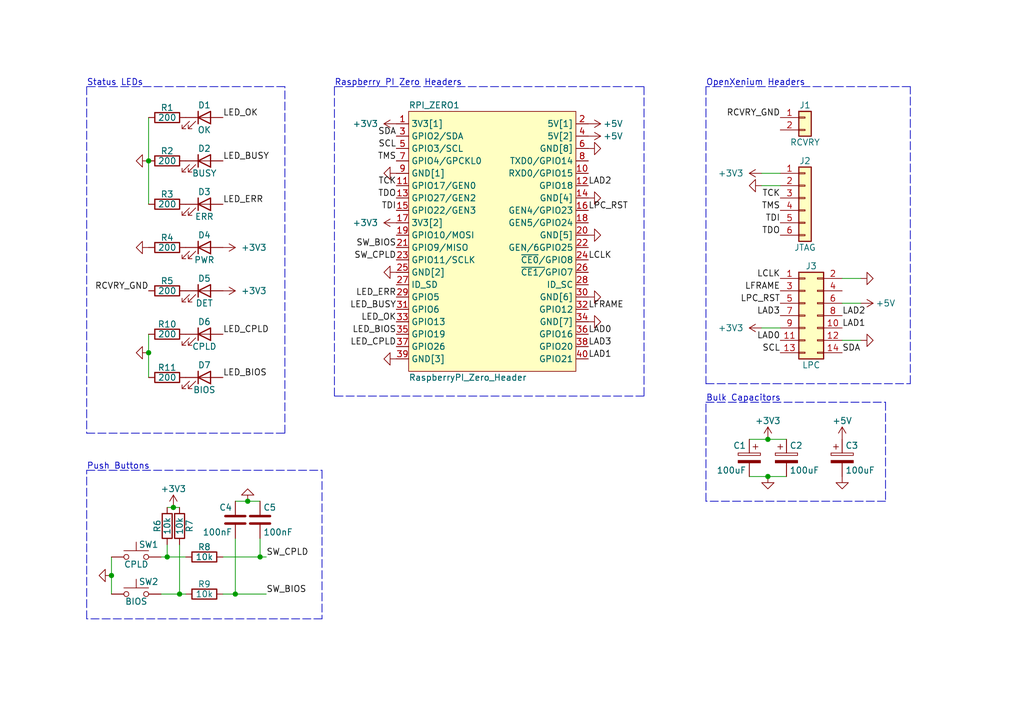
<source format=kicad_sch>
(kicad_sch (version 20211123) (generator eeschema)
  (paper "A5")
  (lib_symbols
    (symbol "0-myparts:RaspberryPI_Zero_Header"
      (property "Reference" "RPI_ZERO" (at -17.78 26.67 0))
      (property "Value" "RaspberryPI_Zero_Header" (at -17.78 -29.21 0))
      (symbol "RaspberryPI_Zero_Header_0_1"
        (rectangle (start 16.51 25.4) (end -17.78 -27.94) (fill (type background)))
      )
      (symbol "RaspberryPI_Zero_Header_1_0"
        (pin power_in line (at -20.32 22.86 0) (length 2.54) (name "3V3[1]") (number "1"))
        (pin bidirectional line (at 19.05 12.7 180) (length 2.54) (name "RXD0/GPIO15") (number "10"))
        (pin bidirectional line (at -20.32 10.16 0) (length 2.54) (name "GPIO17/GEN0") (number "11"))
        (pin bidirectional line (at 19.05 10.16 180) (length 2.54) (name "GPIO18") (number "12"))
        (pin bidirectional line (at -20.32 7.62 0) (length 2.54) (name "GPIO27/GEN2") (number "13"))
        (pin power_in line (at 19.05 7.62 180) (length 2.54) (name "GND[4]") (number "14"))
        (pin bidirectional line (at -20.32 5.08 0) (length 2.54) (name "GPIO22/GEN3") (number "15"))
        (pin bidirectional line (at 19.05 5.08 180) (length 2.54) (name "GEN4/GPIO23") (number "16"))
        (pin power_in line (at -20.32 2.54 0) (length 2.54) (name "3V3[2]") (number "17"))
        (pin bidirectional line (at 19.05 2.54 180) (length 2.54) (name "GEN5/GPIO24") (number "18"))
        (pin bidirectional line (at -20.32 0 0) (length 2.54) (name "GPIO10/MOSI") (number "19"))
        (pin power_in line (at 19.05 22.86 180) (length 2.54) (name "5V[1]") (number "2"))
        (pin power_in line (at 19.05 0 180) (length 2.54) (name "GND[5]") (number "20"))
        (pin bidirectional line (at -20.32 -2.54 0) (length 2.54) (name "GPIO9/MISO") (number "21"))
        (pin bidirectional line (at 19.05 -2.54 180) (length 2.54) (name "GEN/6GPIO25") (number "22"))
        (pin bidirectional line (at -20.32 -5.08 0) (length 2.54) (name "GPIO11/SCLK") (number "23"))
        (pin bidirectional line (at 19.05 -5.08 180) (length 2.54) (name "~{CE0}/GPIO8") (number "24"))
        (pin power_in line (at -20.32 -7.62 0) (length 2.54) (name "GND[2]") (number "25"))
        (pin bidirectional line (at 19.05 -7.62 180) (length 2.54) (name "~{CE1/}GPIO7") (number "26"))
        (pin bidirectional line (at -20.32 -10.16 0) (length 2.54) (name "ID_SD") (number "27"))
        (pin bidirectional line (at 19.05 -10.16 180) (length 2.54) (name "ID_SC") (number "28"))
        (pin bidirectional line (at -20.32 -12.7 0) (length 2.54) (name "GPIO5") (number "29"))
        (pin bidirectional line (at -20.32 20.32 0) (length 2.54) (name "GPIO2/SDA") (number "3"))
        (pin power_in line (at 19.05 -12.7 180) (length 2.54) (name "GND[6]") (number "30"))
        (pin bidirectional line (at -20.32 -15.24 0) (length 2.54) (name "GPIO6") (number "31"))
        (pin bidirectional line (at 19.05 -15.24 180) (length 2.54) (name "GPIO12") (number "32"))
        (pin bidirectional line (at -20.32 -17.78 0) (length 2.54) (name "GPIO13") (number "33"))
        (pin power_in line (at 19.05 -17.78 180) (length 2.54) (name "GND[7]") (number "34"))
        (pin bidirectional line (at -20.32 -20.32 0) (length 2.54) (name "GPIO19") (number "35"))
        (pin bidirectional line (at 19.05 -20.32 180) (length 2.54) (name "GPIO16") (number "36"))
        (pin bidirectional line (at -20.32 -22.86 0) (length 2.54) (name "GPIO26") (number "37"))
        (pin bidirectional line (at 19.05 -22.86 180) (length 2.54) (name "GPIO20") (number "38"))
        (pin power_in line (at -20.32 -25.4 0) (length 2.54) (name "GND[3]") (number "39"))
        (pin power_in line (at 19.05 20.32 180) (length 2.54) (name "5V[2]") (number "4"))
        (pin bidirectional line (at 19.05 -25.4 180) (length 2.54) (name "GPIO21") (number "40"))
        (pin bidirectional line (at -20.32 17.78 0) (length 2.54) (name "GPIO3/SCL") (number "5"))
        (pin power_in line (at 19.05 17.78 180) (length 2.54) (name "GND[8]") (number "6"))
        (pin bidirectional line (at -20.32 15.24 0) (length 2.54) (name "GPIO4/GPCKL0") (number "7"))
        (pin bidirectional line (at 19.05 15.24 180) (length 2.54) (name "TXD0/GPIO14") (number "8"))
        (pin power_in line (at -20.32 12.7 0) (length 2.54) (name "GND[1]") (number "9"))
      )
    )
    (symbol "Connector_Generic:Conn_01x02" (pin_names (offset 1.016) hide)
      (property "Reference" "J" (at 0 2.54 0))
      (property "Value" "Conn_01x02" (at 0 -5.08 0))
      (symbol "Conn_01x02_1_1"
        (rectangle (start -1.27 -2.413) (end 0 -2.667) (stroke (width 0.1524)))
        (rectangle (start -1.27 0.127) (end 0 -0.127) (stroke (width 0.1524)))
        (rectangle (start -1.27 1.27) (end 1.27 -3.81) (stroke (width 0.254)) (fill (type background)))
        (pin passive line (at -5.08 0 0) (length 3.81) (name "Pin_1") (number "1"))
        (pin passive line (at -5.08 -2.54 0) (length 3.81) (name "Pin_2") (number "2"))
      )
    )
    (symbol "Connector_Generic:Conn_01x06" (pin_names (offset 1.016) hide)
      (property "Reference" "J" (at 0 7.62 0))
      (property "Value" "Conn_01x06" (at 0 -10.16 0))
      (symbol "Conn_01x06_1_1"
        (rectangle (start -1.27 -7.493) (end 0 -7.747) (stroke (width 0.1524)))
        (rectangle (start -1.27 -4.953) (end 0 -5.207) (stroke (width 0.1524)))
        (rectangle (start -1.27 -2.413) (end 0 -2.667) (stroke (width 0.1524)))
        (rectangle (start -1.27 0.127) (end 0 -0.127) (stroke (width 0.1524)))
        (rectangle (start -1.27 2.667) (end 0 2.413) (stroke (width 0.1524)))
        (rectangle (start -1.27 5.207) (end 0 4.953) (stroke (width 0.1524)))
        (rectangle (start -1.27 6.35) (end 1.27 -8.89) (stroke (width 0.254)) (fill (type background)))
        (pin passive line (at -5.08 5.08 0) (length 3.81) (name "Pin_1") (number "1"))
        (pin passive line (at -5.08 2.54 0) (length 3.81) (name "Pin_2") (number "2"))
        (pin passive line (at -5.08 0 0) (length 3.81) (name "Pin_3") (number "3"))
        (pin passive line (at -5.08 -2.54 0) (length 3.81) (name "Pin_4") (number "4"))
        (pin passive line (at -5.08 -5.08 0) (length 3.81) (name "Pin_5") (number "5"))
        (pin passive line (at -5.08 -7.62 0) (length 3.81) (name "Pin_6") (number "6"))
      )
    )
    (symbol "Connector_Generic:Conn_02x07_Odd_Even" (pin_names (offset 1.016) hide)
      (property "Reference" "J" (at 1.27 10.16 0))
      (property "Value" "Conn_02x07_Odd_Even" (at 1.27 -10.16 0))
      (symbol "Conn_02x07_Odd_Even_1_1"
        (rectangle (start -1.27 -7.493) (end 0 -7.747) (stroke (width 0.1524)))
        (rectangle (start -1.27 -4.953) (end 0 -5.207) (stroke (width 0.1524)))
        (rectangle (start -1.27 -2.413) (end 0 -2.667) (stroke (width 0.1524)))
        (rectangle (start -1.27 0.127) (end 0 -0.127) (stroke (width 0.1524)))
        (rectangle (start -1.27 2.667) (end 0 2.413) (stroke (width 0.1524)))
        (rectangle (start -1.27 5.207) (end 0 4.953) (stroke (width 0.1524)))
        (rectangle (start -1.27 7.747) (end 0 7.493) (stroke (width 0.1524)))
        (rectangle (start -1.27 8.89) (end 3.81 -8.89) (stroke (width 0.254)) (fill (type background)))
        (rectangle (start 3.81 -7.493) (end 2.54 -7.747) (stroke (width 0.1524)))
        (rectangle (start 3.81 -4.953) (end 2.54 -5.207) (stroke (width 0.1524)))
        (rectangle (start 3.81 -2.413) (end 2.54 -2.667) (stroke (width 0.1524)))
        (rectangle (start 3.81 0.127) (end 2.54 -0.127) (stroke (width 0.1524)))
        (rectangle (start 3.81 2.667) (end 2.54 2.413) (stroke (width 0.1524)))
        (rectangle (start 3.81 5.207) (end 2.54 4.953) (stroke (width 0.1524)))
        (rectangle (start 3.81 7.747) (end 2.54 7.493) (stroke (width 0.1524)))
        (pin passive line (at -5.08 7.62 0) (length 3.81) (name "Pin_1") (number "1"))
        (pin passive line (at 7.62 -2.54 180) (length 3.81) (name "Pin_10") (number "10"))
        (pin passive line (at -5.08 -5.08 0) (length 3.81) (name "Pin_11") (number "11"))
        (pin passive line (at 7.62 -5.08 180) (length 3.81) (name "Pin_12") (number "12"))
        (pin passive line (at -5.08 -7.62 0) (length 3.81) (name "Pin_13") (number "13"))
        (pin passive line (at 7.62 -7.62 180) (length 3.81) (name "Pin_14") (number "14"))
        (pin passive line (at 7.62 7.62 180) (length 3.81) (name "Pin_2") (number "2"))
        (pin passive line (at -5.08 5.08 0) (length 3.81) (name "Pin_3") (number "3"))
        (pin passive line (at 7.62 5.08 180) (length 3.81) (name "Pin_4") (number "4"))
        (pin passive line (at -5.08 2.54 0) (length 3.81) (name "Pin_5") (number "5"))
        (pin passive line (at 7.62 2.54 180) (length 3.81) (name "Pin_6") (number "6"))
        (pin passive line (at -5.08 0 0) (length 3.81) (name "Pin_7") (number "7"))
        (pin passive line (at 7.62 0 180) (length 3.81) (name "Pin_8") (number "8"))
        (pin passive line (at -5.08 -2.54 0) (length 3.81) (name "Pin_9") (number "9"))
      )
    )
    (symbol "Device:C" (pin_numbers hide) (pin_names (offset 0.254))
      (property "Reference" "C" (at 0.635 2.54 0))
      (property "Value" "C" (at 0.635 -2.54 0))
      (symbol "C_0_1"
        (polyline (pts (xy -2.032 -0.762) (xy 2.032 -0.762)) (stroke (width 0.508)))
        (polyline (pts (xy -2.032 0.762) (xy 2.032 0.762)) (stroke (width 0.508)))
      )
      (symbol "C_1_1"
        (pin passive line (at 0 3.81 270) (length 2.794) (name "~") (number "1"))
        (pin passive line (at 0 -3.81 90) (length 2.794) (name "~") (number "2"))
      )
    )
    (symbol "Device:C_Polarized" (pin_numbers hide) (pin_names (offset 0.254))
      (property "Reference" "C" (at 0.635 2.54 0))
      (property "Value" "C_Polarized" (at 0.635 -2.54 0))
      (symbol "C_Polarized_0_1"
        (rectangle (start -2.286 0.508) (end 2.286 1.016))
        (polyline (pts (xy -1.778 2.286) (xy -0.762 2.286)))
        (polyline (pts (xy -1.27 2.794) (xy -1.27 1.778)))
        (rectangle (start 2.286 -0.508) (end -2.286 -1.016) (fill (type outline)))
      )
      (symbol "C_Polarized_1_1"
        (pin passive line (at 0 3.81 270) (length 2.794) (name "~") (number "1"))
        (pin passive line (at 0 -3.81 90) (length 2.794) (name "~") (number "2"))
      )
    )
    (symbol "Device:LED" (pin_numbers hide) (pin_names (offset 1.016) hide)
      (property "Reference" "D" (at 0 2.54 0))
      (property "Value" "LED" (at 0 -2.54 0))
      (symbol "LED_0_1"
        (polyline (pts (xy -1.27 -1.27) (xy -1.27 1.27)) (stroke (width 0.254)))
        (polyline (pts (xy -1.27 0) (xy 1.27 0)))
        (polyline (pts (xy 1.27 -1.27) (xy 1.27 1.27) (xy -1.27 0) (xy 1.27 -1.27)) (stroke (width 0.254)))
        (polyline (pts (xy -3.048 -0.762) (xy -4.572 -2.286) (xy -3.81 -2.286) (xy -4.572 -2.286) (xy -4.572 -1.524)))
        (polyline (pts (xy -1.778 -0.762) (xy -3.302 -2.286) (xy -2.54 -2.286) (xy -3.302 -2.286) (xy -3.302 -1.524)))
      )
      (symbol "LED_1_1"
        (pin passive line (at -3.81 0 0) (length 2.54) (name "K") (number "1"))
        (pin passive line (at 3.81 0 180) (length 2.54) (name "A") (number "2"))
      )
    )
    (symbol "Device:R" (pin_numbers hide) (pin_names (offset 0))
      (property "Reference" "R" (at 2.032 0 90))
      (property "Value" "R" (at 0 0 90))
      (symbol "R_0_1"
        (rectangle (start -1.016 -2.54) (end 1.016 2.54) (stroke (width 0.254)))
      )
      (symbol "R_1_1"
        (pin passive line (at 0 3.81 270) (length 1.27) (name "~") (number "1"))
        (pin passive line (at 0 -3.81 90) (length 1.27) (name "~") (number "2"))
      )
    )
    (symbol "Switch:SW_Push" (pin_numbers hide) (pin_names (offset 1.016) hide)
      (property "Reference" "SW" (at 1.27 2.54 0))
      (property "Value" "SW_Push" (at 0 -1.524 0))
      (symbol "SW_Push_0_1"
        (circle (center -2.032 0) (radius 0.508))
        (polyline (pts (xy 0 1.27) (xy 0 3.048)))
        (polyline (pts (xy 2.54 1.27) (xy -2.54 1.27)))
        (circle (center 2.032 0) (radius 0.508))
        (pin passive line (at -5.08 0 0) (length 2.54) (name "1") (number "1"))
        (pin passive line (at 5.08 0 180) (length 2.54) (name "2") (number "2"))
      )
    )
    (symbol "power:+3.3V" (power) (pin_names (offset 0))
      (property "Value" "+3.3V" (at 0 3.556 0))
      (symbol "+3.3V_0_1"
        (polyline (pts (xy -0.762 1.27) (xy 0 2.54)))
        (polyline (pts (xy 0 0) (xy 0 2.54)))
        (polyline (pts (xy 0 2.54) (xy 0.762 1.27)))
      )
      (symbol "+3.3V_1_1"
        (pin power_in line (at 0 0 90) (length 0) hide (name "+3V3") (number "1"))
      )
    )
    (symbol "power:+5V" (power) (pin_names (offset 0))
      (property "Value" "+5V" (at 0 3.556 0))
      (symbol "+5V_0_1"
        (polyline (pts (xy -0.762 1.27) (xy 0 2.54)))
        (polyline (pts (xy 0 0) (xy 0 2.54)))
        (polyline (pts (xy 0 2.54) (xy 0.762 1.27)))
      )
      (symbol "+5V_1_1"
        (pin power_in line (at 0 0 90) (length 0) hide (name "+5V") (number "1"))
      )
    )
    (symbol "power:GND" (power) (pin_names (offset 0))
      (property "Value" "GND" (at 0 -3.81 0))
      (symbol "GND_0_1"
        (polyline (pts (xy 0 0) (xy 0 -1.27) (xy 1.27 -1.27) (xy 0 -2.54) (xy -1.27 -1.27) (xy 0 -1.27)))
      )
      (symbol "GND_1_1"
        (pin power_in line (at 0 0 270) (length 0) hide (name "GND") (number "1"))
      )
    )
  )
  (junction (at 35.56 104.14))
  (junction (at 50.8 102.87))
  (junction (at 34.29 114.3))
  (junction (at 53.34 114.3))
  (junction (at 22.86 118.11))
  (junction (at 30.48 33.02))
  (junction (at 36.83 121.92))
  (junction (at 157.48 90.17))
  (junction (at 157.48 97.79))
  (junction (at 48.26 121.92))
  (junction (at 30.48 72.39))
  (polyline (pts (xy 144.78 82.55) (xy 181.61 82.55)))
  (polyline (pts (xy 68.58 17.78) (xy 132.08 17.78)))
  (wire (pts (xy 30.48 72.39) (xy 30.48 77.47)))
  (polyline (pts (xy 17.78 17.78) (xy 17.78 88.9)))
  (wire (pts (xy 153.67 97.79) (xy 157.48 97.79)))
  (wire (pts (xy 34.29 114.3) (xy 38.1 114.3)))
  (wire (pts (xy 153.67 90.17) (xy 157.48 90.17)))
  (wire (pts (xy 45.72 114.3) (xy 53.34 114.3)))
  (wire (pts (xy 45.72 121.92) (xy 48.26 121.92)))
  (wire (pts (xy 157.48 97.79) (xy 161.29 97.79)))
  (wire (pts (xy 30.48 33.02) (xy 30.48 41.91)))
  (polyline (pts (xy 144.78 17.78) (xy 144.78 78.74)))
  (wire (pts (xy 36.83 111.76) (xy 36.83 121.92)))
  (wire (pts (xy 172.72 62.23) (xy 176.53 62.23)))
  (polyline (pts (xy 144.78 78.74) (xy 186.69 78.74)))
  (polyline (pts (xy 132.08 17.78) (xy 132.08 81.28)))
  (wire (pts (xy 36.83 121.92) (xy 38.1 121.92)))
  (polyline (pts (xy 68.58 81.28) (xy 68.58 17.78)))
  (wire (pts (xy 34.29 111.76) (xy 34.29 114.3)))
  (wire (pts (xy 53.34 114.3) (xy 54.61 114.3)))
  (polyline (pts (xy 181.61 102.87) (xy 144.78 102.87)))
  (wire (pts (xy 30.48 72.39) (xy 30.48 68.58)))
  (polyline (pts (xy 186.69 78.74) (xy 186.69 17.78)))
  (wire (pts (xy 156.21 67.31) (xy 160.02 67.31)))
  (polyline (pts (xy 58.42 17.78) (xy 17.78 17.78)))
  (wire (pts (xy 50.8 102.87) (xy 53.34 102.87)))
  (wire (pts (xy 156.21 38.1) (xy 160.02 38.1)))
  (polyline (pts (xy 144.78 102.87) (xy 144.78 82.55)))
  (polyline (pts (xy 17.78 96.52) (xy 66.04 96.52)))
  (polyline (pts (xy 181.61 82.55) (xy 181.61 102.87)))
  (wire (pts (xy 35.56 104.14) (xy 36.83 104.14)))
  (wire (pts (xy 176.53 69.85) (xy 172.72 69.85)))
  (wire (pts (xy 48.26 110.49) (xy 48.26 121.92)))
  (wire (pts (xy 30.48 24.13) (xy 30.48 33.02)))
  (polyline (pts (xy 132.08 81.28) (xy 68.58 81.28)))
  (polyline (pts (xy 58.42 88.9) (xy 58.42 17.78)))
  (wire (pts (xy 48.26 121.92) (xy 54.61 121.92)))
  (wire (pts (xy 22.86 114.3) (xy 22.86 118.11)))
  (wire (pts (xy 48.26 102.87) (xy 50.8 102.87)))
  (wire (pts (xy 176.53 57.15) (xy 172.72 57.15)))
  (wire (pts (xy 34.29 104.14) (xy 35.56 104.14)))
  (wire (pts (xy 22.86 118.11) (xy 22.86 121.92)))
  (polyline (pts (xy 186.69 17.78) (xy 144.78 17.78)))
  (wire (pts (xy 53.34 110.49) (xy 53.34 114.3)))
  (polyline (pts (xy 17.78 127) (xy 17.78 96.52)))
  (wire (pts (xy 33.02 114.3) (xy 34.29 114.3)))
  (polyline (pts (xy 66.04 96.52) (xy 66.04 127)))
  (wire (pts (xy 33.02 121.92) (xy 36.83 121.92)))
  (wire (pts (xy 156.21 35.56) (xy 160.02 35.56)))
  (wire (pts (xy 157.48 90.17) (xy 161.29 90.17)))
  (polyline (pts (xy 66.04 127) (xy 17.78 127)))
  (polyline (pts (xy 17.78 88.9) (xy 58.42 88.9)))
  (text "OpenXenium Headers" (at 144.78 17.78 0) (effects (font (size 1.27 1.27)) (justify left bottom)))
  (text "Bulk Capacitors" (at 144.78 82.55 0) (effects (font (size 1.27 1.27)) (justify left bottom)))
  (text "Status LEDs" (at 17.78 17.78 0) (effects (font (size 1.27 1.27)) (justify left bottom)))
  (text "Push Buttons" (at 17.78 96.52 0) (effects (font (size 1.27 1.27)) (justify left bottom)))
  (text "Raspberry PI Zero Headers" (at 68.58 17.78 0) (effects (font (size 1.27 1.27)) (justify left bottom)))
  (label "SW_BIOS" (at 54.61 121.92 0))
  (label "LAD3" (at 120.65 71.12 0))
  (label "LFRAME" (at 160.02 59.69 180))
  (label "TDI" (at 81.28 43.18 180))
  (label "SDA" (at 172.72 72.39 0))
  (label "LED_BIOS" (at 45.72 77.47 0))
  (label "LAD0" (at 160.02 69.85 180))
  (label "LED_CPLD" (at 81.28 71.12 180))
  (label "LED_CPLD" (at 45.72 68.58 0))
  (label "TMS" (at 81.28 33.02 180))
  (label "LAD1" (at 172.72 67.31 0))
  (label "SW_CPLD" (at 54.61 114.3 0))
  (label "LED_OK" (at 45.72 24.13 0))
  (label "TMS" (at 160.02 43.18 180))
  (label "LCLK" (at 120.65 53.34 0))
  (label "TDO" (at 81.28 40.64 180))
  (label "LAD1" (at 120.65 73.66 0))
  (label "LED_BUSY" (at 81.28 63.5 180))
  (label "LAD3" (at 160.02 64.77 180))
  (label "SDA" (at 81.28 27.94 180))
  (label "SW_CPLD" (at 81.28 53.34 180))
  (label "SCL" (at 81.28 30.48 180))
  (label "SW_BIOS" (at 81.28 50.8 180))
  (label "LED_BIOS" (at 81.28 68.58 180))
  (label "TCK" (at 160.02 40.64 180))
  (label "SCL" (at 160.02 72.39 180))
  (label "LAD2" (at 120.65 38.1 0))
  (label "TCK" (at 81.28 38.1 180))
  (label "LED_OK" (at 81.28 66.04 180))
  (label "LAD2" (at 172.72 64.77 0))
  (label "LED_ERR" (at 81.28 60.96 180))
  (label "TDI" (at 160.02 45.72 180))
  (label "TDO" (at 160.02 48.26 180))
  (label "LED_BUSY" (at 45.72 33.02 0))
  (label "LFRAME" (at 120.65 63.5 0))
  (label "RCVRY_GND" (at 30.48 59.69 180))
  (label "LPC_RST" (at 120.65 43.18 0))
  (label "LPC_RST" (at 160.02 62.23 180))
  (label "RCVRY_GND" (at 160.02 24.13 180))
  (label "LED_ERR" (at 45.72 41.91 0))
  (label "LAD0" (at 120.65 68.58 0))
  (label "LCLK" (at 160.02 57.15 180))
  (symbol (lib_id "Device:R") (at 34.29 59.69 90) (unit 1)
    (property "Reference" "R5" (at 34.29 57.658 90))
    (property "Value" "200" (at 34.29 59.69 90))
    (property "Footprint" "Resistor_SMD:R_0603_1608Metric" (effects hide))
    (property "LCSC#" "C8218" (effects hide))
    (property "MFR#" "0603WAF2000T5E" (effects hide))
  )
  (symbol (lib_id "power:+5V") (at 176.53 62.23 270) (unit 1)
    (property "Reference" "#PWR0103" (effects hide))
    (property "Value" "+5V" (at 181.61 62.23 90))
  )
  (symbol (lib_id "power:+3.3V") (at 45.72 50.8 270) (unit 1)
    (property "Reference" "#PWR0121" (effects hide))
    (property "Value" "+3.3V" (at 52.07 50.8 90))
  )
  (symbol (lib_id "power:GND") (at 172.72 97.79 0) (unit 1)
    (property "Reference" "#PWR0122" (effects hide))
    (property "Value" "GND" (effects hide))
  )
  (symbol (lib_id "Connector_Generic:Conn_02x07_Odd_Even") (at 165.1 64.77 0) (unit 1)
    (property "Reference" "J3" (at 166.37 54.61 0))
    (property "Value" "LPC" (at 166.37 74.93 0))
    (property "Footprint" "PinHeader_2x07_P2.54mm_Vertical" (effects hide))
    (property "LCSC#" "C57369" (effects hide))
    (property "MFR#" "C57369" (effects hide))
  )
  (symbol (lib_id "Device:C") (at 48.26 106.68 0) (mirror y) (unit 1)
    (property "Reference" "C4" (at 47.625 104.14 0) (effects (justify left)))
    (property "Value" "100nF" (at 47.625 109.22 0) (effects (justify left)))
    (property "Footprint" "Capacitor_SMD:C_0603_1608Metric" (effects hide))
    (property "LCSC#" "C14663" (effects hide))
    (property "MFR#" "CC0603KRX7R9BB104" (effects hide))
  )
  (symbol (lib_id "Device:R") (at 41.91 121.92 90) (unit 1)
    (property "Reference" "R9" (at 41.91 119.888 90))
    (property "Value" "10k" (at 41.91 121.92 90))
    (property "Footprint" "Resistor_SMD:R_0603_1608Metric" (effects hide))
    (property "LCSC#" "C25804" (effects hide))
    (property "MFR#" "0603WAF1002T5E" (effects hide))
  )
  (symbol (lib_id "power:+3.3V") (at 81.28 25.4 90) (unit 1)
    (property "Reference" "#PWR0114" (effects hide))
    (property "Value" "+3.3V" (at 74.93 25.4 90))
  )
  (symbol (lib_id "power:GND") (at 120.65 30.48 90) (unit 1)
    (property "Reference" "#PWR0108" (effects hide))
    (property "Value" "GND" (effects hide))
  )
  (symbol (lib_id "power:GND") (at 120.65 60.96 90) (unit 1)
    (property "Reference" "#PWR0113" (effects hide))
    (property "Value" "GND" (effects hide))
  )
  (symbol (lib_id "Device:LED") (at 41.91 41.91 0) (unit 1)
    (property "Reference" "D3" (at 41.91 39.37 0))
    (property "Value" "ERR" (at 41.91 44.45 0))
    (property "Footprint" "LED_SMD:LED_0603_1608Metric" (effects hide))
    (property "LCSC#" "C434419" (effects hide))
    (property "MFR#" "SZYY0603R" (effects hide))
  )
  (symbol (lib_id "Device:LED") (at 41.91 33.02 0) (unit 1)
    (property "Reference" "D2" (at 41.91 30.48 0))
    (property "Value" "BUSY" (at 41.91 35.56 0))
    (property "Footprint" "LED_SMD:LED_0603_1608Metric" (effects hide))
    (property "LCSC#" "C434425" (effects hide))
    (property "MFR#" "SZYY0603O" (effects hide))
  )
  (symbol (lib_id "power:GND") (at 30.48 50.8 270) (unit 1)
    (property "Reference" "#PWR0120" (effects hide))
    (property "Value" "GND" (effects hide))
  )
  (symbol (lib_id "Connector_Generic:Conn_01x02") (at 165.1 24.13 0) (unit 1)
    (property "Reference" "J1" (at 165.1 21.59 0))
    (property "Value" "RCVRY" (at 165.1 29.21 0))
    (property "Footprint" "PinHeader_1x02_P2.54mm_Vertical" (effects hide))
  )
  (symbol (lib_id "Device:R") (at 41.91 114.3 90) (unit 1)
    (property "Reference" "R8" (at 41.91 112.268 90))
    (property "Value" "10k" (at 41.91 114.3 90))
    (property "Footprint" "Resistor_SMD:R_0603_1608Metric" (effects hide))
    (property "LCSC#" "C25804" (effects hide))
    (property "MFR#" "0603WAF1002T5E" (effects hide))
  )
  (symbol (lib_id "Device:R") (at 36.83 107.95 0) (mirror x) (unit 1)
    (property "Reference" "R7" (at 38.862 107.95 90))
    (property "Value" "10k" (at 36.83 107.95 90))
    (property "Footprint" "Resistor_SMD:R_0603_1608Metric" (effects hide))
    (property "LCSC#" "C25804" (effects hide))
    (property "MFR#" "0603WAF1002T5E" (effects hide))
  )
  (symbol (lib_id "power:GND") (at 50.8 102.87 180) (unit 1)
    (property "Reference" "#PWR0128" (effects hide))
    (property "Value" "GND" (effects hide))
  )
  (symbol (lib_id "power:GND") (at 120.65 48.26 90) (unit 1)
    (property "Reference" "#PWR0112" (effects hide))
    (property "Value" "GND" (effects hide))
  )
  (symbol (lib_id "power:GND") (at 157.48 97.79 0) (unit 1)
    (property "Reference" "#PWR0126" (effects hide))
    (property "Value" "GND" (effects hide))
  )
  (symbol (lib_id "power:+3.3V") (at 156.21 67.31 90) (unit 1)
    (property "Reference" "#PWR0105" (effects hide))
    (property "Value" "+3.3V" (at 149.86 67.31 90))
  )
  (symbol (lib_id "Device:R") (at 34.29 77.47 90) (unit 1)
    (property "Reference" "R11" (at 34.29 75.438 90))
    (property "Value" "200" (at 34.29 77.47 90))
    (property "Footprint" "Resistor_SMD:R_0603_1608Metric" (effects hide))
    (property "LCSC#" "C8218" (effects hide))
    (property "MFR#" "0603WAF2000T5E" (effects hide))
  )
  (symbol (lib_id "power:+5V") (at 120.65 25.4 270) (unit 1)
    (property "Reference" "#PWR0107" (effects hide))
    (property "Value" "+5V" (at 125.73 25.4 90))
  )
  (symbol (lib_id "power:GND") (at 30.48 72.39 270) (unit 1)
    (property "Reference" "#PWR0130" (effects hide))
    (property "Value" "GND" (effects hide))
  )
  (symbol (lib_id "Connector_Generic:Conn_01x06") (at 165.1 40.64 0) (unit 1)
    (property "Reference" "J2" (at 165.1 33.02 0))
    (property "Value" "JTAG" (at 165.1 50.8 0))
    (property "Footprint" "PinHeader_1x06_P2.54mm_Vertical" (effects hide))
    (property "LCSC#" "C2337" (effects hide))
    (property "MFR#" "C2337" (effects hide))
  )
  (symbol (lib_id "Device:R") (at 34.29 33.02 90) (unit 1)
    (property "Reference" "R2" (at 34.29 30.988 90))
    (property "Value" "200" (at 34.29 33.02 90))
    (property "Footprint" "Resistor_SMD:R_0603_1608Metric" (effects hide))
    (property "LCSC#" "C8218" (effects hide))
    (property "MFR#" "0603WAF2000T5E" (effects hide))
  )
  (symbol (lib_id "Device:LED") (at 41.91 24.13 0) (unit 1)
    (property "Reference" "D1" (at 41.91 21.59 0))
    (property "Value" "OK" (at 41.91 26.67 0))
    (property "Footprint" "LED_SMD:LED_0603_1608Metric" (effects hide))
    (property "LCSC#" "C434420" (effects hide))
    (property "MFR#" "SZYY0603G" (effects hide))
  )
  (symbol (lib_id "power:+3.3V") (at 157.48 90.17 0) (unit 1)
    (property "Reference" "#PWR0125" (effects hide))
    (property "Value" "+3.3V" (at 157.48 86.36 0))
  )
  (symbol (lib_id "Device:LED") (at 41.91 50.8 0) (unit 1)
    (property "Reference" "D4" (at 41.91 48.26 0))
    (property "Value" "PWR" (at 41.91 53.34 0))
    (property "Footprint" "LED_SMD:LED_0603_1608Metric" (effects hide))
    (property "LCSC#" "C434421" (effects hide))
    (property "MFR#" "SZYY0603B" (effects hide))
  )
  (symbol (lib_id "Device:R") (at 34.29 24.13 90) (unit 1)
    (property "Reference" "R1" (at 34.29 22.098 90))
    (property "Value" "200" (at 34.29 24.13 90))
    (property "Footprint" "Resistor_SMD:R_0603_1608Metric" (effects hide))
    (property "LCSC#" "C8218" (effects hide))
    (property "MFR#" "0603WAF2000T5E" (effects hide))
  )
  (symbol (lib_id "power:GND") (at 176.53 57.15 90) (unit 1)
    (property "Reference" "#PWR0102" (effects hide))
    (property "Value" "GND" (effects hide))
  )
  (symbol (lib_id "Device:LED") (at 41.91 68.58 0) (unit 1)
    (property "Reference" "D6" (at 41.91 66.04 0))
    (property "Value" "CPLD" (at 41.91 71.12 0))
    (property "Footprint" "LED_SMD:LED_0603_1608Metric" (effects hide))
    (property "LCSC#" "C434425" (effects hide))
    (property "MFR#" "SZYY0603O" (effects hide))
  )
  (symbol (lib_id "power:+3.3V") (at 156.21 35.56 90) (unit 1)
    (property "Reference" "#PWR0101" (effects hide))
    (property "Value" "+3.3V" (at 149.86 35.56 90))
  )
  (symbol (lib_id "Device:R") (at 34.29 50.8 90) (unit 1)
    (property "Reference" "R4" (at 34.29 48.768 90))
    (property "Value" "200" (at 34.29 50.8 90))
    (property "Footprint" "Resistor_SMD:R_0603_1608Metric" (effects hide))
    (property "LCSC#" "C8218" (effects hide))
    (property "MFR#" "0603WAF2000T5E" (effects hide))
  )
  (symbol (lib_id "Device:R") (at 34.29 68.58 90) (unit 1)
    (property "Reference" "R10" (at 34.29 66.548 90))
    (property "Value" "200" (at 34.29 68.58 90))
    (property "Footprint" "Resistor_SMD:R_0603_1608Metric" (effects hide))
    (property "LCSC#" "C8218" (effects hide))
    (property "MFR#" "0603WAF2000T5E" (effects hide))
  )
  (symbol (lib_id "Device:LED") (at 41.91 77.47 0) (unit 1)
    (property "Reference" "D7" (at 41.91 74.93 0))
    (property "Value" "BIOS" (at 41.91 80.01 0))
    (property "Footprint" "LED_SMD:LED_0603_1608Metric" (effects hide))
    (property "LCSC#" "C434425" (effects hide))
    (property "MFR#" "SZYY0603O" (effects hide))
  )
  (symbol (lib_id "0-myparts:RaspberryPI_Zero_Header") (at 101.6 48.26 0) (unit 1)
    (property "Reference" "RPI_ZERO1" (at 83.82 21.59 0) (effects (justify left)))
    (property "Value" "RaspberryPI_Zero_Header" (at 83.82 77.47 0) (effects (justify left)))
    (property "Footprint" "0-myparts:RaspberryPI_Zero" (effects hide))
    (property "LCSC#" "C718226" (effects hide))
    (property "MFR#" "X6521FV-2x10-C85D32" (effects hide))
  )
  (symbol (lib_id "power:GND") (at 81.28 55.88 270) (unit 1)
    (property "Reference" "#PWR0116" (effects hide))
    (property "Value" "GND" (effects hide))
  )
  (symbol (lib_id "power:+5V") (at 172.72 90.17 0) (unit 1)
    (property "Reference" "#PWR0123" (effects hide))
    (property "Value" "+5V" (at 172.72 86.36 0))
  )
  (symbol (lib_id "Device:R") (at 34.29 41.91 90) (unit 1)
    (property "Reference" "R3" (at 34.29 39.878 90))
    (property "Value" "200" (at 34.29 41.91 90))
    (property "Footprint" "Resistor_SMD:R_0603_1608Metric" (effects hide))
    (property "LCSC#" "C8218" (effects hide))
    (property "MFR#" "0603WAF2000T5E" (effects hide))
  )
  (symbol (lib_id "power:+5V") (at 120.65 27.94 270) (unit 1)
    (property "Reference" "#PWR0109" (effects hide))
    (property "Value" "+5V" (at 125.73 27.94 90))
  )
  (symbol (lib_id "power:GND") (at 81.28 35.56 270) (unit 1)
    (property "Reference" "#PWR0117" (effects hide))
    (property "Value" "GND" (effects hide))
  )
  (symbol (lib_id "power:GND") (at 30.48 33.02 270) (unit 1)
    (property "Reference" "#PWR0124" (effects hide))
    (property "Value" "GND" (effects hide))
  )
  (symbol (lib_id "Device:R") (at 34.29 107.95 180) (unit 1)
    (property "Reference" "R6" (at 32.258 107.95 90))
    (property "Value" "10k" (at 34.29 107.95 90))
    (property "Footprint" "Resistor_SMD:R_0603_1608Metric" (effects hide))
    (property "LCSC#" "C25804" (effects hide))
    (property "MFR#" "0603WAF1002T5E" (effects hide))
  )
  (symbol (lib_id "Device:C_Polarized") (at 172.72 93.98 0) (unit 1)
    (property "Reference" "C3" (at 173.355 91.44 0) (effects (justify left)))
    (property "Value" "100uF" (at 173.355 96.52 0) (effects (justify left)))
    (property "Footprint" "Capacitor_Tantalum_SMD:CP_EIA-3216-18_Kemet-A" (effects hide))
    (property "LCSC#" "C15008" (effects hide))
    (property "MFR#" "CL31A107MQHNNNE" (effects hide))
  )
  (symbol (lib_id "power:GND") (at 81.28 73.66 270) (unit 1)
    (property "Reference" "#PWR0115" (effects hide))
    (property "Value" "GND" (effects hide))
  )
  (symbol (lib_id "power:GND") (at 156.21 38.1 270) (unit 1)
    (property "Reference" "#PWR0106" (effects hide))
    (property "Value" "GND" (effects hide))
  )
  (symbol (lib_id "Switch:SW_Push") (at 27.94 121.92 0) (unit 1)
    (property "Reference" "SW2" (at 30.48 119.38 0))
    (property "Value" "BIOS" (at 27.94 123.444 0))
    (property "Footprint" "Button_Switch_SMD:SW_SPST_PTS645" (effects hide))
    (property "LCSC#" "C221883" (effects hide))
    (property "MFR#" "PTS645SM70SMTR92LFS" (effects hide))
  )
  (symbol (lib_id "power:+3.3V") (at 35.56 104.14 0) (unit 1)
    (property "Reference" "#PWR0129" (effects hide))
    (property "Value" "+3.3V" (at 35.56 100.33 0))
  )
  (symbol (lib_id "power:GND") (at 176.53 69.85 90) (unit 1)
    (property "Reference" "#PWR0104" (effects hide))
    (property "Value" "GND" (effects hide))
  )
  (symbol (lib_id "power:+3.3V") (at 45.72 59.69 270) (unit 1)
    (property "Reference" "#PWR0119" (effects hide))
    (property "Value" "+3.3V" (at 52.07 59.69 90))
  )
  (symbol (lib_id "Device:C_Polarized") (at 153.67 93.98 0) (mirror y) (unit 1)
    (property "Reference" "C1" (at 153.035 91.44 0) (effects (justify left)))
    (property "Value" "100uF" (at 153.035 96.52 0) (effects (justify left)))
    (property "Footprint" "Capacitor_Tantalum_SMD:CP_EIA-3216-18_Kemet-A" (effects hide))
    (property "LCSC#" "C15008" (effects hide))
    (property "MFR#" "CL31A107MQHNNNE" (effects hide))
  )
  (symbol (lib_id "power:GND") (at 22.86 118.11 270) (unit 1)
    (property "Reference" "#PWR0127" (effects hide))
    (property "Value" "GND" (effects hide))
  )
  (symbol (lib_id "power:+3.3V") (at 81.28 45.72 90) (unit 1)
    (property "Reference" "#PWR0118" (effects hide))
    (property "Value" "+3.3V" (at 74.93 45.72 90))
  )
  (symbol (lib_id "Device:C") (at 53.34 106.68 0) (unit 1)
    (property "Reference" "C5" (at 53.975 104.14 0) (effects (justify left)))
    (property "Value" "100nF" (at 53.975 109.22 0) (effects (justify left)))
    (property "Footprint" "Capacitor_SMD:C_0603_1608Metric" (effects hide))
    (property "LCSC#" "C14663" (effects hide))
    (property "MFR#" "CC0603KRX7R9BB104" (effects hide))
  )
  (symbol (lib_id "power:GND") (at 120.65 40.64 90) (unit 1)
    (property "Reference" "#PWR0110" (effects hide))
    (property "Value" "GND" (effects hide))
  )
  (symbol (lib_id "Switch:SW_Push") (at 27.94 114.3 0) (unit 1)
    (property "Reference" "SW1" (at 30.48 111.76 0))
    (property "Value" "CPLD" (at 27.94 115.824 0))
    (property "Footprint" "Button_Switch_SMD:SW_SPST_PTS645" (effects hide))
    (property "LCSC#" "C221883" (effects hide))
    (property "MFR#" "PTS645SM70SMTR92LFS" (effects hide))
  )
  (symbol (lib_id "Device:LED") (at 41.91 59.69 0) (unit 1)
    (property "Reference" "D5" (at 41.91 57.15 0))
    (property "Value" "DET" (at 41.91 62.23 0))
    (property "Footprint" "LED_SMD:LED_0603_1608Metric" (effects hide))
    (property "LCSC#" "C434421" (effects hide))
    (property "MFR#" "SZYY0603B" (effects hide))
  )
  (symbol (lib_id "Device:C_Polarized") (at 161.29 93.98 0) (unit 1)
    (property "Reference" "C2" (at 161.925 91.44 0) (effects (justify left)))
    (property "Value" "100uF" (at 161.925 96.52 0) (effects (justify left)))
    (property "Footprint" "Capacitor_Tantalum_SMD:CP_EIA-3216-18_Kemet-A" (effects hide))
    (property "LCSC#" "C15008" (effects hide))
    (property "MFR#" "CL31A107MQHNNNE" (effects hide))
  )
  (symbol (lib_id "power:GND") (at 120.65 66.04 90) (unit 1)
    (property "Reference" "#PWR0111" (effects hide))
    (property "Value" "GND" (effects hide))
  )
)
</source>
